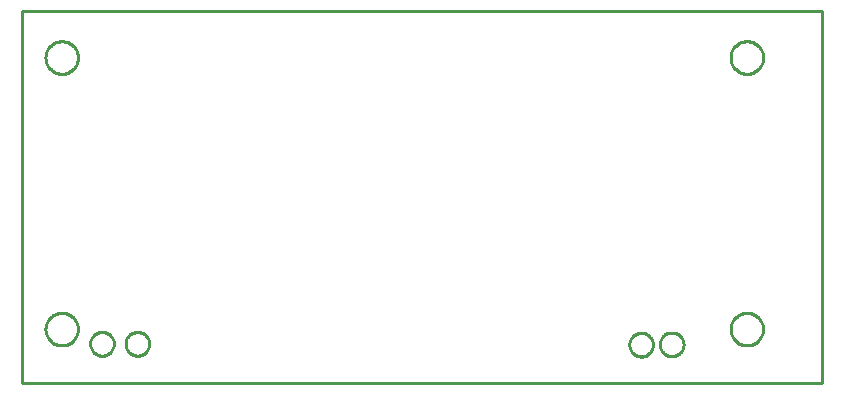
<source format=gbr>
G04 EAGLE Gerber RS-274X export*
G75*
%MOMM*%
%FSLAX34Y34*%
%LPD*%
%IN*%
%IPPOS*%
%AMOC8*
5,1,8,0,0,1.08239X$1,22.5*%
G01*
%ADD10C,0.254000*%


D10*
X547116Y268732D02*
X1224788Y268732D01*
X1224788Y584200D01*
X547116Y584200D01*
X547116Y268732D01*
X1081626Y300807D02*
X1081550Y299938D01*
X1081398Y299078D01*
X1081172Y298234D01*
X1080874Y297414D01*
X1080505Y296622D01*
X1080068Y295866D01*
X1079567Y295151D01*
X1079006Y294482D01*
X1078388Y293864D01*
X1077719Y293303D01*
X1077004Y292802D01*
X1076248Y292365D01*
X1075456Y291996D01*
X1074636Y291698D01*
X1073792Y291472D01*
X1072933Y291320D01*
X1072063Y291244D01*
X1071189Y291244D01*
X1070320Y291320D01*
X1069460Y291472D01*
X1068616Y291698D01*
X1067796Y291996D01*
X1067004Y292365D01*
X1066248Y292802D01*
X1065533Y293303D01*
X1064864Y293864D01*
X1064246Y294482D01*
X1063685Y295151D01*
X1063184Y295866D01*
X1062747Y296622D01*
X1062378Y297414D01*
X1062080Y298234D01*
X1061854Y299078D01*
X1061702Y299938D01*
X1061626Y300807D01*
X1061626Y301681D01*
X1061702Y302551D01*
X1061854Y303410D01*
X1062080Y304254D01*
X1062378Y305074D01*
X1062747Y305866D01*
X1063184Y306622D01*
X1063685Y307337D01*
X1064246Y308006D01*
X1064864Y308624D01*
X1065533Y309185D01*
X1066248Y309686D01*
X1067004Y310123D01*
X1067796Y310492D01*
X1068616Y310790D01*
X1069460Y311016D01*
X1070320Y311168D01*
X1071189Y311244D01*
X1072063Y311244D01*
X1072933Y311168D01*
X1073792Y311016D01*
X1074636Y310790D01*
X1075456Y310492D01*
X1076248Y310123D01*
X1077004Y309686D01*
X1077719Y309185D01*
X1078388Y308624D01*
X1079006Y308006D01*
X1079567Y307337D01*
X1080068Y306622D01*
X1080505Y305866D01*
X1080874Y305074D01*
X1081172Y304254D01*
X1081398Y303410D01*
X1081550Y302551D01*
X1081626Y301681D01*
X1081626Y300807D01*
X1107534Y301061D02*
X1107458Y300192D01*
X1107306Y299332D01*
X1107080Y298488D01*
X1106782Y297668D01*
X1106413Y296876D01*
X1105976Y296120D01*
X1105475Y295405D01*
X1104914Y294736D01*
X1104296Y294118D01*
X1103627Y293557D01*
X1102912Y293056D01*
X1102156Y292619D01*
X1101364Y292250D01*
X1100544Y291952D01*
X1099700Y291726D01*
X1098841Y291574D01*
X1097971Y291498D01*
X1097097Y291498D01*
X1096228Y291574D01*
X1095368Y291726D01*
X1094524Y291952D01*
X1093704Y292250D01*
X1092912Y292619D01*
X1092156Y293056D01*
X1091441Y293557D01*
X1090772Y294118D01*
X1090154Y294736D01*
X1089593Y295405D01*
X1089092Y296120D01*
X1088655Y296876D01*
X1088286Y297668D01*
X1087988Y298488D01*
X1087762Y299332D01*
X1087610Y300192D01*
X1087534Y301061D01*
X1087534Y301935D01*
X1087610Y302805D01*
X1087762Y303664D01*
X1087988Y304508D01*
X1088286Y305328D01*
X1088655Y306120D01*
X1089092Y306876D01*
X1089593Y307591D01*
X1090154Y308260D01*
X1090772Y308878D01*
X1091441Y309439D01*
X1092156Y309940D01*
X1092912Y310377D01*
X1093704Y310746D01*
X1094524Y311044D01*
X1095368Y311270D01*
X1096228Y311422D01*
X1097097Y311498D01*
X1097971Y311498D01*
X1098841Y311422D01*
X1099700Y311270D01*
X1100544Y311044D01*
X1101364Y310746D01*
X1102156Y310377D01*
X1102912Y309940D01*
X1103627Y309439D01*
X1104296Y308878D01*
X1104914Y308260D01*
X1105475Y307591D01*
X1105976Y306876D01*
X1106413Y306120D01*
X1106782Y305328D01*
X1107080Y304508D01*
X1107306Y303664D01*
X1107458Y302805D01*
X1107534Y301935D01*
X1107534Y301061D01*
X625188Y301569D02*
X625112Y300700D01*
X624960Y299840D01*
X624734Y298996D01*
X624436Y298176D01*
X624067Y297384D01*
X623630Y296628D01*
X623129Y295913D01*
X622568Y295244D01*
X621950Y294626D01*
X621281Y294065D01*
X620566Y293564D01*
X619810Y293127D01*
X619018Y292758D01*
X618198Y292460D01*
X617354Y292234D01*
X616495Y292082D01*
X615625Y292006D01*
X614751Y292006D01*
X613882Y292082D01*
X613022Y292234D01*
X612178Y292460D01*
X611358Y292758D01*
X610566Y293127D01*
X609810Y293564D01*
X609095Y294065D01*
X608426Y294626D01*
X607808Y295244D01*
X607247Y295913D01*
X606746Y296628D01*
X606309Y297384D01*
X605940Y298176D01*
X605642Y298996D01*
X605416Y299840D01*
X605264Y300700D01*
X605188Y301569D01*
X605188Y302443D01*
X605264Y303313D01*
X605416Y304172D01*
X605642Y305016D01*
X605940Y305836D01*
X606309Y306628D01*
X606746Y307384D01*
X607247Y308099D01*
X607808Y308768D01*
X608426Y309386D01*
X609095Y309947D01*
X609810Y310448D01*
X610566Y310885D01*
X611358Y311254D01*
X612178Y311552D01*
X613022Y311778D01*
X613882Y311930D01*
X614751Y312006D01*
X615625Y312006D01*
X616495Y311930D01*
X617354Y311778D01*
X618198Y311552D01*
X619018Y311254D01*
X619810Y310885D01*
X620566Y310448D01*
X621281Y309947D01*
X621950Y309386D01*
X622568Y308768D01*
X623129Y308099D01*
X623630Y307384D01*
X624067Y306628D01*
X624436Y305836D01*
X624734Y305016D01*
X624960Y304172D01*
X625112Y303313D01*
X625188Y302443D01*
X625188Y301569D01*
X655160Y301569D02*
X655084Y300700D01*
X654932Y299840D01*
X654706Y298996D01*
X654408Y298176D01*
X654039Y297384D01*
X653602Y296628D01*
X653101Y295913D01*
X652540Y295244D01*
X651922Y294626D01*
X651253Y294065D01*
X650538Y293564D01*
X649782Y293127D01*
X648990Y292758D01*
X648170Y292460D01*
X647326Y292234D01*
X646467Y292082D01*
X645597Y292006D01*
X644723Y292006D01*
X643854Y292082D01*
X642994Y292234D01*
X642150Y292460D01*
X641330Y292758D01*
X640538Y293127D01*
X639782Y293564D01*
X639067Y294065D01*
X638398Y294626D01*
X637780Y295244D01*
X637219Y295913D01*
X636718Y296628D01*
X636281Y297384D01*
X635912Y298176D01*
X635614Y298996D01*
X635388Y299840D01*
X635236Y300700D01*
X635160Y301569D01*
X635160Y302443D01*
X635236Y303313D01*
X635388Y304172D01*
X635614Y305016D01*
X635912Y305836D01*
X636281Y306628D01*
X636718Y307384D01*
X637219Y308099D01*
X637780Y308768D01*
X638398Y309386D01*
X639067Y309947D01*
X639782Y310448D01*
X640538Y310885D01*
X641330Y311254D01*
X642150Y311552D01*
X642994Y311778D01*
X643854Y311930D01*
X644723Y312006D01*
X645597Y312006D01*
X646467Y311930D01*
X647326Y311778D01*
X648170Y311552D01*
X648990Y311254D01*
X649782Y310885D01*
X650538Y310448D01*
X651253Y309947D01*
X651922Y309386D01*
X652540Y308768D01*
X653101Y308099D01*
X653602Y307384D01*
X654039Y306628D01*
X654408Y305836D01*
X654706Y305016D01*
X654932Y304172D01*
X655084Y303313D01*
X655160Y302443D01*
X655160Y301569D01*
X594850Y313909D02*
X594780Y312929D01*
X594640Y311957D01*
X594431Y310997D01*
X594155Y310055D01*
X593811Y309135D01*
X593403Y308241D01*
X592933Y307379D01*
X592402Y306553D01*
X591813Y305767D01*
X591170Y305025D01*
X590475Y304330D01*
X589733Y303687D01*
X588947Y303098D01*
X588121Y302567D01*
X587259Y302097D01*
X586365Y301689D01*
X585445Y301345D01*
X584503Y301069D01*
X583543Y300860D01*
X582571Y300720D01*
X581591Y300650D01*
X580609Y300650D01*
X579629Y300720D01*
X578657Y300860D01*
X577697Y301069D01*
X576755Y301345D01*
X575835Y301689D01*
X574941Y302097D01*
X574079Y302567D01*
X573253Y303098D01*
X572467Y303687D01*
X571725Y304330D01*
X571030Y305025D01*
X570387Y305767D01*
X569798Y306553D01*
X569267Y307379D01*
X568797Y308241D01*
X568389Y309135D01*
X568045Y310055D01*
X567769Y310997D01*
X567560Y311957D01*
X567420Y312929D01*
X567350Y313909D01*
X567350Y314891D01*
X567420Y315871D01*
X567560Y316843D01*
X567769Y317803D01*
X568045Y318745D01*
X568389Y319665D01*
X568797Y320559D01*
X569267Y321421D01*
X569798Y322247D01*
X570387Y323033D01*
X571030Y323775D01*
X571725Y324470D01*
X572467Y325113D01*
X573253Y325702D01*
X574079Y326233D01*
X574941Y326703D01*
X575835Y327111D01*
X576755Y327455D01*
X577697Y327731D01*
X578657Y327940D01*
X579629Y328080D01*
X580609Y328150D01*
X581591Y328150D01*
X582571Y328080D01*
X583543Y327940D01*
X584503Y327731D01*
X585445Y327455D01*
X586365Y327111D01*
X587259Y326703D01*
X588121Y326233D01*
X588947Y325702D01*
X589733Y325113D01*
X590475Y324470D01*
X591170Y323775D01*
X591813Y323033D01*
X592402Y322247D01*
X592933Y321421D01*
X593403Y320559D01*
X593811Y319665D01*
X594155Y318745D01*
X594431Y317803D01*
X594640Y316843D01*
X594780Y315871D01*
X594850Y314891D01*
X594850Y313909D01*
X594850Y543909D02*
X594780Y542929D01*
X594640Y541957D01*
X594431Y540997D01*
X594155Y540055D01*
X593811Y539135D01*
X593403Y538241D01*
X592933Y537379D01*
X592402Y536553D01*
X591813Y535767D01*
X591170Y535025D01*
X590475Y534330D01*
X589733Y533687D01*
X588947Y533098D01*
X588121Y532567D01*
X587259Y532097D01*
X586365Y531689D01*
X585445Y531345D01*
X584503Y531069D01*
X583543Y530860D01*
X582571Y530720D01*
X581591Y530650D01*
X580609Y530650D01*
X579629Y530720D01*
X578657Y530860D01*
X577697Y531069D01*
X576755Y531345D01*
X575835Y531689D01*
X574941Y532097D01*
X574079Y532567D01*
X573253Y533098D01*
X572467Y533687D01*
X571725Y534330D01*
X571030Y535025D01*
X570387Y535767D01*
X569798Y536553D01*
X569267Y537379D01*
X568797Y538241D01*
X568389Y539135D01*
X568045Y540055D01*
X567769Y540997D01*
X567560Y541957D01*
X567420Y542929D01*
X567350Y543909D01*
X567350Y544891D01*
X567420Y545871D01*
X567560Y546843D01*
X567769Y547803D01*
X568045Y548745D01*
X568389Y549665D01*
X568797Y550559D01*
X569267Y551421D01*
X569798Y552247D01*
X570387Y553033D01*
X571030Y553775D01*
X571725Y554470D01*
X572467Y555113D01*
X573253Y555702D01*
X574079Y556233D01*
X574941Y556703D01*
X575835Y557111D01*
X576755Y557455D01*
X577697Y557731D01*
X578657Y557940D01*
X579629Y558080D01*
X580609Y558150D01*
X581591Y558150D01*
X582571Y558080D01*
X583543Y557940D01*
X584503Y557731D01*
X585445Y557455D01*
X586365Y557111D01*
X587259Y556703D01*
X588121Y556233D01*
X588947Y555702D01*
X589733Y555113D01*
X590475Y554470D01*
X591170Y553775D01*
X591813Y553033D01*
X592402Y552247D01*
X592933Y551421D01*
X593403Y550559D01*
X593811Y549665D01*
X594155Y548745D01*
X594431Y547803D01*
X594640Y546843D01*
X594780Y545871D01*
X594850Y544891D01*
X594850Y543909D01*
X1174850Y313909D02*
X1174780Y312929D01*
X1174640Y311957D01*
X1174431Y310997D01*
X1174155Y310055D01*
X1173811Y309135D01*
X1173403Y308241D01*
X1172933Y307379D01*
X1172402Y306553D01*
X1171813Y305767D01*
X1171170Y305025D01*
X1170475Y304330D01*
X1169733Y303687D01*
X1168947Y303098D01*
X1168121Y302567D01*
X1167259Y302097D01*
X1166365Y301689D01*
X1165445Y301345D01*
X1164503Y301069D01*
X1163543Y300860D01*
X1162571Y300720D01*
X1161591Y300650D01*
X1160609Y300650D01*
X1159629Y300720D01*
X1158657Y300860D01*
X1157697Y301069D01*
X1156755Y301345D01*
X1155835Y301689D01*
X1154941Y302097D01*
X1154079Y302567D01*
X1153253Y303098D01*
X1152467Y303687D01*
X1151725Y304330D01*
X1151030Y305025D01*
X1150387Y305767D01*
X1149798Y306553D01*
X1149267Y307379D01*
X1148797Y308241D01*
X1148389Y309135D01*
X1148045Y310055D01*
X1147769Y310997D01*
X1147560Y311957D01*
X1147420Y312929D01*
X1147350Y313909D01*
X1147350Y314891D01*
X1147420Y315871D01*
X1147560Y316843D01*
X1147769Y317803D01*
X1148045Y318745D01*
X1148389Y319665D01*
X1148797Y320559D01*
X1149267Y321421D01*
X1149798Y322247D01*
X1150387Y323033D01*
X1151030Y323775D01*
X1151725Y324470D01*
X1152467Y325113D01*
X1153253Y325702D01*
X1154079Y326233D01*
X1154941Y326703D01*
X1155835Y327111D01*
X1156755Y327455D01*
X1157697Y327731D01*
X1158657Y327940D01*
X1159629Y328080D01*
X1160609Y328150D01*
X1161591Y328150D01*
X1162571Y328080D01*
X1163543Y327940D01*
X1164503Y327731D01*
X1165445Y327455D01*
X1166365Y327111D01*
X1167259Y326703D01*
X1168121Y326233D01*
X1168947Y325702D01*
X1169733Y325113D01*
X1170475Y324470D01*
X1171170Y323775D01*
X1171813Y323033D01*
X1172402Y322247D01*
X1172933Y321421D01*
X1173403Y320559D01*
X1173811Y319665D01*
X1174155Y318745D01*
X1174431Y317803D01*
X1174640Y316843D01*
X1174780Y315871D01*
X1174850Y314891D01*
X1174850Y313909D01*
X1174850Y543909D02*
X1174780Y542929D01*
X1174640Y541957D01*
X1174431Y540997D01*
X1174155Y540055D01*
X1173811Y539135D01*
X1173403Y538241D01*
X1172933Y537379D01*
X1172402Y536553D01*
X1171813Y535767D01*
X1171170Y535025D01*
X1170475Y534330D01*
X1169733Y533687D01*
X1168947Y533098D01*
X1168121Y532567D01*
X1167259Y532097D01*
X1166365Y531689D01*
X1165445Y531345D01*
X1164503Y531069D01*
X1163543Y530860D01*
X1162571Y530720D01*
X1161591Y530650D01*
X1160609Y530650D01*
X1159629Y530720D01*
X1158657Y530860D01*
X1157697Y531069D01*
X1156755Y531345D01*
X1155835Y531689D01*
X1154941Y532097D01*
X1154079Y532567D01*
X1153253Y533098D01*
X1152467Y533687D01*
X1151725Y534330D01*
X1151030Y535025D01*
X1150387Y535767D01*
X1149798Y536553D01*
X1149267Y537379D01*
X1148797Y538241D01*
X1148389Y539135D01*
X1148045Y540055D01*
X1147769Y540997D01*
X1147560Y541957D01*
X1147420Y542929D01*
X1147350Y543909D01*
X1147350Y544891D01*
X1147420Y545871D01*
X1147560Y546843D01*
X1147769Y547803D01*
X1148045Y548745D01*
X1148389Y549665D01*
X1148797Y550559D01*
X1149267Y551421D01*
X1149798Y552247D01*
X1150387Y553033D01*
X1151030Y553775D01*
X1151725Y554470D01*
X1152467Y555113D01*
X1153253Y555702D01*
X1154079Y556233D01*
X1154941Y556703D01*
X1155835Y557111D01*
X1156755Y557455D01*
X1157697Y557731D01*
X1158657Y557940D01*
X1159629Y558080D01*
X1160609Y558150D01*
X1161591Y558150D01*
X1162571Y558080D01*
X1163543Y557940D01*
X1164503Y557731D01*
X1165445Y557455D01*
X1166365Y557111D01*
X1167259Y556703D01*
X1168121Y556233D01*
X1168947Y555702D01*
X1169733Y555113D01*
X1170475Y554470D01*
X1171170Y553775D01*
X1171813Y553033D01*
X1172402Y552247D01*
X1172933Y551421D01*
X1173403Y550559D01*
X1173811Y549665D01*
X1174155Y548745D01*
X1174431Y547803D01*
X1174640Y546843D01*
X1174780Y545871D01*
X1174850Y544891D01*
X1174850Y543909D01*
M02*

</source>
